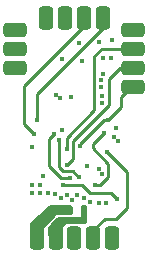
<source format=gbr>
%TF.GenerationSoftware,KiCad,Pcbnew,7.0.8*%
%TF.CreationDate,2024-02-17T11:30:39+00:00*%
%TF.ProjectId,uCoilDriver_I2C,75436f69-6c44-4726-9976-65725f493243,rev?*%
%TF.SameCoordinates,Original*%
%TF.FileFunction,Copper,L3,Inr*%
%TF.FilePolarity,Positive*%
%FSLAX46Y46*%
G04 Gerber Fmt 4.6, Leading zero omitted, Abs format (unit mm)*
G04 Created by KiCad (PCBNEW 7.0.8) date 2024-02-17 11:30:39*
%MOMM*%
%LPD*%
G01*
G04 APERTURE LIST*
G04 Aperture macros list*
%AMRoundRect*
0 Rectangle with rounded corners*
0 $1 Rounding radius*
0 $2 $3 $4 $5 $6 $7 $8 $9 X,Y pos of 4 corners*
0 Add a 4 corners polygon primitive as box body*
4,1,4,$2,$3,$4,$5,$6,$7,$8,$9,$2,$3,0*
0 Add four circle primitives for the rounded corners*
1,1,$1+$1,$2,$3*
1,1,$1+$1,$4,$5*
1,1,$1+$1,$6,$7*
1,1,$1+$1,$8,$9*
0 Add four rect primitives between the rounded corners*
20,1,$1+$1,$2,$3,$4,$5,0*
20,1,$1+$1,$4,$5,$6,$7,0*
20,1,$1+$1,$6,$7,$8,$9,0*
20,1,$1+$1,$8,$9,$2,$3,0*%
G04 Aperture macros list end*
%TA.AperFunction,CastellatedPad*%
%ADD10RoundRect,0.300000X-0.300000X-0.700000X0.300000X-0.700000X0.300000X0.700000X-0.300000X0.700000X0*%
%TD*%
%TA.AperFunction,CastellatedPad*%
%ADD11RoundRect,0.300000X-0.700000X0.300000X-0.700000X-0.300000X0.700000X-0.300000X0.700000X0.300000X0*%
%TD*%
%TA.AperFunction,CastellatedPad*%
%ADD12RoundRect,0.300000X0.700000X-0.300000X0.700000X0.300000X-0.700000X0.300000X-0.700000X-0.300000X0*%
%TD*%
%TA.AperFunction,CastellatedPad*%
%ADD13RoundRect,0.300000X0.300000X0.700000X-0.300000X0.700000X-0.300000X-0.700000X0.300000X-0.700000X0*%
%TD*%
%TA.AperFunction,ViaPad*%
%ADD14C,0.450000*%
%TD*%
%TA.AperFunction,ViaPad*%
%ADD15C,0.440000*%
%TD*%
%TA.AperFunction,Conductor*%
%ADD16C,0.250000*%
%TD*%
G04 APERTURE END LIST*
D10*
%TO.N,GND*%
%TO.C,TP2*%
X75699800Y-81550000D03*
%TD*%
D11*
%TO.N,/NRST*%
%TO.C,TP6*%
X81500000Y-87400400D03*
%TD*%
%TO.N,/I2C1_SDA*%
%TO.C,*%
X71500000Y-85800200D03*
%TD*%
%TO.N,/I2C1_SDA*%
%TO.C,TP7*%
X81500000Y-85800200D03*
%TD*%
D10*
%TO.N,/OUT1*%
%TO.C,TP13*%
X73299600Y-100200000D03*
%TD*%
D12*
%TO.N,/I2C1_SCL*%
%TO.C,TP8*%
X81500000Y-84200000D03*
%TD*%
%TO.N,/I2C1_SCL*%
%TO.C,*%
X71500000Y-84200000D03*
%TD*%
D10*
%TO.N,GND*%
%TO.C,TP15*%
X76500000Y-100200000D03*
%TD*%
%TO.N,/ADC_IN*%
%TO.C,TP17*%
X78100200Y-100200000D03*
%TD*%
%TO.N,/OUT2*%
%TO.C,TP14*%
X74899800Y-100200000D03*
%TD*%
D12*
%TO.N,GND*%
%TO.C,TP11*%
X81500000Y-82600000D03*
%TD*%
D10*
%TO.N,/SWDIO*%
%TO.C,TP12*%
X78900000Y-81550000D03*
%TD*%
D13*
%TO.N,/SWCLK*%
%TO.C,TP3*%
X77300000Y-81550000D03*
%TD*%
D12*
%TO.N,GND*%
%TO.C,*%
X71500000Y-82600000D03*
%TD*%
D10*
%TO.N,+12V*%
%TO.C,TP1*%
X74099600Y-81550000D03*
%TD*%
%TO.N,+3.3V*%
%TO.C,TP16*%
X79699600Y-100200000D03*
%TD*%
D14*
%TO.N,/NRST*%
X79335589Y-90235589D03*
X76962862Y-92385311D03*
%TO.N,GND*%
X78960251Y-86349700D03*
X76908240Y-83650500D03*
X80014411Y-90914411D03*
X78724500Y-87400000D03*
X78850500Y-88163400D03*
X72920000Y-96390000D03*
X76175000Y-88250000D03*
X72900000Y-92475000D03*
X77536664Y-94074433D03*
X73590000Y-96390000D03*
X76323774Y-96973450D03*
X78549500Y-94370000D03*
X75300000Y-88350000D03*
X80217605Y-91974153D03*
X74260000Y-96390000D03*
X78811630Y-94810255D03*
X75381142Y-96818372D03*
X74925000Y-88100000D03*
X72920000Y-95720000D03*
X75460000Y-91060000D03*
X79846725Y-91603275D03*
X79650000Y-83450000D03*
X77840000Y-97160000D03*
X78900000Y-84975000D03*
X78600000Y-83575000D03*
X74850000Y-96474500D03*
X79600000Y-84925000D03*
X73875000Y-94937500D03*
X76725000Y-96583500D03*
X77320000Y-96820000D03*
X77160000Y-85180000D03*
X79180000Y-97240000D03*
X78590000Y-97250000D03*
X78724500Y-86824027D03*
X78835462Y-88746720D03*
X75875000Y-96583500D03*
X73590000Y-95720000D03*
X75475000Y-85000000D03*
%TO.N,/PA2_IPROPI*%
X79025000Y-91300000D03*
X78211188Y-95711013D03*
%TO.N,/I2C1_SCL*%
X75862862Y-92691470D03*
%TO.N,/I2C1_SDA*%
X75895714Y-94010500D03*
%TO.N,/SWDIO*%
X73300500Y-90200000D03*
%TO.N,/SWCLK*%
X73050000Y-91350000D03*
%TO.N,/ADC_IN*%
X79264477Y-92935523D03*
%TO.N,Net-(U1-VREF)*%
X75565511Y-95706584D03*
X80065500Y-96860000D03*
%TO.N,/TIM2_CH2*%
X75172249Y-91914194D03*
X76872584Y-94997415D03*
%TO.N,/TIM2_CH1*%
X74774177Y-91400976D03*
X76141503Y-95132587D03*
%TO.N,/OUT2*%
X77351771Y-97694958D03*
X77350000Y-98320000D03*
D15*
%TO.N,/OUT1*%
X76175000Y-97858000D03*
%TD*%
D16*
%TO.N,/SWDIO*%
X73300500Y-90200000D02*
X73300500Y-88043093D01*
X73300500Y-88043093D02*
X79000000Y-82343593D01*
X79000000Y-82343593D02*
X79000000Y-81300000D01*
%TO.N,/I2C1_SCL*%
X81500000Y-84200000D02*
X78799293Y-84200000D01*
X78175000Y-89395000D02*
X75862862Y-91707138D01*
X78175000Y-84824293D02*
X78175000Y-89395000D01*
%TO.N,/I2C1_SDA*%
X79400000Y-86725000D02*
X80324800Y-85800200D01*
%TO.N,/I2C1_SCL*%
X75862862Y-91707138D02*
X75862862Y-92691470D01*
%TO.N,/I2C1_SDA*%
X75895714Y-94010500D02*
X76412862Y-93493352D01*
X76412862Y-93493352D02*
X76412862Y-91947138D01*
%TO.N,/I2C1_SCL*%
X78799293Y-84200000D02*
X78175000Y-84824293D01*
%TO.N,/I2C1_SDA*%
X76412862Y-91947138D02*
X79400000Y-88960000D01*
X79400000Y-88960000D02*
X79400000Y-86725000D01*
X80324800Y-85800200D02*
X81500000Y-85800200D01*
%TO.N,/NRST*%
X76962862Y-92253333D02*
X76962862Y-92385311D01*
X78980606Y-90235589D02*
X76962862Y-92253333D01*
X79335589Y-90235589D02*
X78980606Y-90235589D01*
%TO.N,/TIM2_CH1*%
X75362587Y-95132587D02*
X76141503Y-95132587D01*
X74367318Y-91807835D02*
X74367318Y-94137318D01*
X74774177Y-91400976D02*
X74367318Y-91807835D01*
X74367318Y-94137318D02*
X75362587Y-95132587D01*
%TO.N,Net-(U1-VREF)*%
X77144402Y-95706584D02*
X75565511Y-95706584D01*
X79568298Y-96362798D02*
X77800616Y-96362798D01*
X77800616Y-96362798D02*
X77144402Y-95706584D01*
X80065500Y-96860000D02*
X79568298Y-96362798D01*
%TO.N,/PA2_IPROPI*%
X78688691Y-95711013D02*
X78211188Y-95711013D01*
X79364737Y-95034967D02*
X78688691Y-95711013D01*
X78050000Y-92275000D02*
X78050000Y-92610304D01*
X78050000Y-92610304D02*
X79364737Y-93925041D01*
X79364737Y-93925041D02*
X79364737Y-95034967D01*
X79025000Y-91300000D02*
X78050000Y-92275000D01*
%TO.N,/NRST*%
X80475000Y-88225000D02*
X81120416Y-87579584D01*
X79335589Y-90235589D02*
X80475000Y-89096178D01*
X81120416Y-87579584D02*
X81379584Y-87579584D01*
X80475000Y-89096178D02*
X80475000Y-88225000D01*
%TO.N,/SWCLK*%
X73050000Y-91350000D02*
X72250000Y-90550000D01*
X72250000Y-90550000D02*
X72250000Y-87325000D01*
X72250000Y-87325000D02*
X77400000Y-82175000D01*
X77400000Y-82175000D02*
X77400000Y-81300000D01*
%TO.N,/ADC_IN*%
X79264477Y-92935523D02*
X80950000Y-94621046D01*
X80000000Y-98575000D02*
X79050000Y-98575000D01*
X78100200Y-99524800D02*
X78100200Y-100499600D01*
X80950000Y-94621046D02*
X80950000Y-97625000D01*
X80950000Y-97625000D02*
X80000000Y-98575000D01*
X79050000Y-98575000D02*
X78100200Y-99524800D01*
%TO.N,/TIM2_CH2*%
X75172249Y-94162249D02*
X75172249Y-91914194D01*
X75570000Y-94560000D02*
X75172249Y-94162249D01*
X76872584Y-94997415D02*
X76815000Y-94997415D01*
X76377585Y-94560000D02*
X75570000Y-94560000D01*
X76815000Y-94997415D02*
X76377585Y-94560000D01*
%TO.N,/OUT2*%
X74900200Y-99374800D02*
X74900200Y-100500000D01*
%TO.N,/OUT1*%
X73300000Y-99500000D02*
X73300000Y-100500000D01*
%TD*%
%TA.AperFunction,Conductor*%
%TO.N,/OUT2*%
G36*
X77406561Y-97394402D02*
G01*
X77454222Y-97403882D01*
X77489910Y-97418665D01*
X77502914Y-97427354D01*
X77517917Y-97439665D01*
X77549834Y-97471582D01*
X77562145Y-97486585D01*
X77570834Y-97499589D01*
X77585616Y-97535275D01*
X77595097Y-97582936D01*
X77597000Y-97602251D01*
X77597000Y-98787150D01*
X77595102Y-98806441D01*
X77585645Y-98854043D01*
X77570899Y-98889693D01*
X77549473Y-98921810D01*
X77522217Y-98949118D01*
X77490143Y-98970605D01*
X77454521Y-98985421D01*
X77406935Y-98994970D01*
X77387650Y-98996904D01*
X75790000Y-99000000D01*
X75730833Y-99063575D01*
X75730829Y-99063579D01*
X75730828Y-99063580D01*
X75566623Y-99240024D01*
X75501500Y-99310000D01*
X75501500Y-99388664D01*
X75501500Y-99986248D01*
X75499597Y-100005563D01*
X75490116Y-100053224D01*
X75475335Y-100088910D01*
X75453862Y-100121047D01*
X75426547Y-100148362D01*
X75394410Y-100169835D01*
X75358724Y-100184616D01*
X75313577Y-100193597D01*
X75294262Y-100195500D01*
X74502238Y-100195500D01*
X74482925Y-100193598D01*
X74464749Y-100189982D01*
X74437775Y-100184617D01*
X74402089Y-100169835D01*
X74401330Y-100169328D01*
X74369949Y-100148359D01*
X74342640Y-100121050D01*
X74321163Y-100088908D01*
X74306382Y-100053222D01*
X74296902Y-100005561D01*
X74295000Y-99986248D01*
X74295000Y-99337609D01*
X74296702Y-99319331D01*
X74305201Y-99274088D01*
X74318468Y-99240024D01*
X74342808Y-99200948D01*
X74353916Y-99186333D01*
X74541942Y-98981552D01*
X74963611Y-98522304D01*
X74978922Y-98508753D01*
X75020518Y-98478992D01*
X75057769Y-98462624D01*
X75107825Y-98452112D01*
X75128164Y-98450000D01*
X76825094Y-98450000D01*
X76825095Y-98450000D01*
X77025000Y-98450000D01*
X77025094Y-98250090D01*
X77025095Y-98250088D01*
X77025400Y-97602155D01*
X77027310Y-97582847D01*
X77028791Y-97575415D01*
X77036808Y-97535199D01*
X77051597Y-97499535D01*
X77073078Y-97467406D01*
X77100384Y-97440113D01*
X77132523Y-97418647D01*
X77168196Y-97403876D01*
X77204740Y-97396609D01*
X77215846Y-97394401D01*
X77235153Y-97392500D01*
X77387248Y-97392500D01*
X77406561Y-97394402D01*
G37*
%TD.AperFunction*%
%TD*%
%TA.AperFunction,Conductor*%
%TO.N,/OUT1*%
G36*
X76134946Y-97402225D02*
G01*
X76160489Y-97405611D01*
X76222095Y-97422152D01*
X76266351Y-97447687D01*
X76268608Y-97449939D01*
X76301982Y-97483242D01*
X76327613Y-97527445D01*
X76344285Y-97589017D01*
X76347725Y-97614554D01*
X76349280Y-98069543D01*
X76347436Y-98088903D01*
X76338079Y-98136693D01*
X76323357Y-98172495D01*
X76304846Y-98200326D01*
X76256879Y-98238308D01*
X76222415Y-98244500D01*
X75122844Y-98244500D01*
X75120253Y-98244634D01*
X75112227Y-98245050D01*
X75112217Y-98245051D01*
X75112215Y-98245051D01*
X75093888Y-98246954D01*
X75081309Y-98248261D01*
X75081305Y-98248261D01*
X75081301Y-98248262D01*
X75070807Y-98249904D01*
X75015536Y-98261510D01*
X75015525Y-98261513D01*
X74975099Y-98274485D01*
X74962548Y-98280000D01*
X74930000Y-98280000D01*
X74899639Y-98312795D01*
X74855028Y-98344713D01*
X74846698Y-98351351D01*
X74846699Y-98351350D01*
X74823439Y-98371937D01*
X74823437Y-98371938D01*
X74815839Y-98379399D01*
X74199310Y-99050870D01*
X74193191Y-99058190D01*
X74193190Y-99058192D01*
X74176315Y-99080394D01*
X74176316Y-99080394D01*
X74176314Y-99080396D01*
X74170901Y-99088250D01*
X74170895Y-99088259D01*
X74153527Y-99116142D01*
X74142145Y-99131052D01*
X73967235Y-99319993D01*
X73967234Y-99319995D01*
X73967232Y-99319997D01*
X73914000Y-99377500D01*
X73914000Y-99455859D01*
X73914000Y-99986248D01*
X73912097Y-100005563D01*
X73902616Y-100053224D01*
X73887835Y-100088910D01*
X73866362Y-100121047D01*
X73839047Y-100148362D01*
X73806910Y-100169835D01*
X73771224Y-100184616D01*
X73726077Y-100193597D01*
X73706762Y-100195500D01*
X72914738Y-100195500D01*
X72895425Y-100193598D01*
X72877249Y-100189982D01*
X72850275Y-100184617D01*
X72814589Y-100169835D01*
X72813830Y-100169328D01*
X72782449Y-100148359D01*
X72755140Y-100121050D01*
X72733663Y-100088908D01*
X72718882Y-100053222D01*
X72709402Y-100005561D01*
X72707500Y-99986248D01*
X72707500Y-99121008D01*
X72709531Y-99101060D01*
X72719638Y-99051930D01*
X72735386Y-99015274D01*
X72764077Y-98974110D01*
X72777136Y-98958921D01*
X74355165Y-97461521D01*
X74369963Y-97449939D01*
X74402683Y-97429009D01*
X74409639Y-97424559D01*
X74444401Y-97410716D01*
X74490673Y-97401874D01*
X74509376Y-97400116D01*
X76134946Y-97402225D01*
G37*
%TD.AperFunction*%
%TD*%
M02*

</source>
